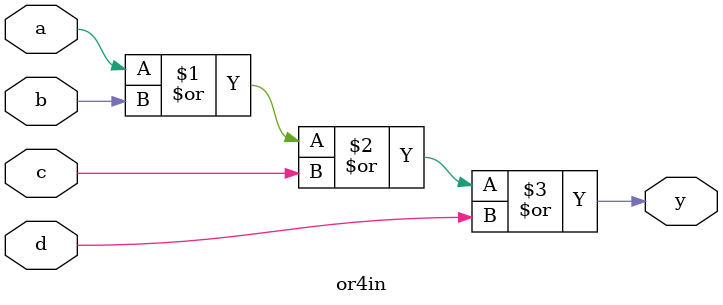
<source format=v>
`timescale 1ns / 1ps


module or4in(
    input wire a,b,c,d,
    output wire y
    );
    or (y, a, b, c, d); //assign y = a | b | c | d;

endmodule

</source>
